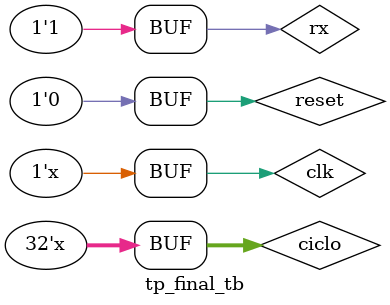
<source format=v>
module tp_final_tb;
	// Inputs
	reg clk;
	reg reset;
	reg rx;
	// Outputs
	wire tx;
	//Para test
	//wire [1:0] op;
	//wire ena_pip_test;
	//wire [31:0] pc_PC_out_test;
	//wire [31:0] instruction_IF_test;
	//wire [31:0] write_data_WB_out_test;
	//wire stallF_HZ_out_test;
	//wire [2:0] state_reg_test;
	//wire rx_empty_test;
	//wire rx_done_tick_test;
	//wire [7:0] rx_data_out_test;
	//wire [7:0] write_data_test;
	//wire [3:0] byteN_test;
	//wire [7:0] reg_0;
	//wire [7:0] reg_1;
	//wire [7:0] reg_2;
	//wire [7:0] reg_3;
	//wire tick_test;
	integer ciclo;
	//wire [7:0] fifo_data;
	//wire fifo_full;
	//wire [1:0] state_test;
	wire [7:0] led;
	// Instantiate the Unit Under Test (UUT)
	tp_final uut (
		.clk(clk),
		.reset(reset),
		.rx(rx),
		.tx(tx),
		.led(led)
		//.op(op),
		//.ena_pip_test(ena_pip_test),
		//.pc_incrementado_PC_out_test(pc_PC_out_test),
		//.instruction_IF_test(instruction_IF_test),
		//.write_data_WB_out_test(write_data_WB_out_test)
		//.stallF_HZ_out_test(stallF_HZ_out_test)
		//.state_reg_test(state_reg_test)
		//.rx_empty_test(rx_empty_test),
		//.btn_read_reg_test(btn_read_reg_test),
		//.write_data_test(write_data_test),
		//.byteN_test(byteN_test)
		//.reg_0(reg_0),
		//.reg_1(reg_1),
		//.reg_2(reg_2),
		//.reg_3(reg_3),
		//.rx_done_tick_test(rx_done_tick_test),
		//.rx_data_out_test(rx_data_out_test),
		//.tick_test(tick_test),
		//.fifo_data(fifo_data),
		//.fifo_full(fifo_full),
		//.state_test(state_test)
	);
	initial begin
		// Initialize Inputs
		clk = 0;
		rx = 1;
		reset = 0;
		ciclo= 0;
		// Wait 100 ns for global reset to finish
		#1 reset = 1;
		#1 reset = 0;
		//1 byte 0000_0010
		#64 rx=0;
		#64 rx=0;
		#64 rx=1;
		#64 rx=0;
		#64 rx=0;
		#64 rx=0;
		#64 rx=0;
		#64 rx=0;
		#64 rx=0;
		#64 rx=1;
		#8000
		//0000_0010
		#64 rx=0;
		#64 rx=0;
		#64 rx=1;
		#64 rx=0;
		#64 rx=0;
		#64 rx=0;
		#64 rx=0;
		#64 rx=0;
		#64 rx=0;
		#64 rx=1;
		#8000
		//0000_0010
		#64 rx=0;
		#64 rx=0;
		#64 rx=1;
		#64 rx=0;
		#64 rx=0;
		#64 rx=0;
		#64 rx=0;
		#64 rx=0;
		#64 rx=0;
		#64 rx=1;
		#8000
		//0000_0010
		#64 rx=0;
		#64 rx=1;
		#64 rx=0;
		#64 rx=0;
		#64 rx=0;
		#64 rx=0;
		#64 rx=0;
		#64 rx=0;
		#64 rx=0;
		#64 rx=1;
		//0000_0011
		/*
		#64 rx=0;
		#64 rx=1;
		#64 rx=1;
		#64 rx=0;
		#64 rx=0;
		#64 rx=0;
		#64 rx=0;
		#64 rx=0;
		#64 rx=0;
		#64 rx=1;
		*/
		//#10000 reset = 1'b1;
		//#2 reset = 1'b0;
		// Add stimulus here
	end
	always
		begin
		#1
		clk=~clk;
		#1
		clk=~clk;
		ciclo = ciclo + 1;
      end
endmodule
</source>
